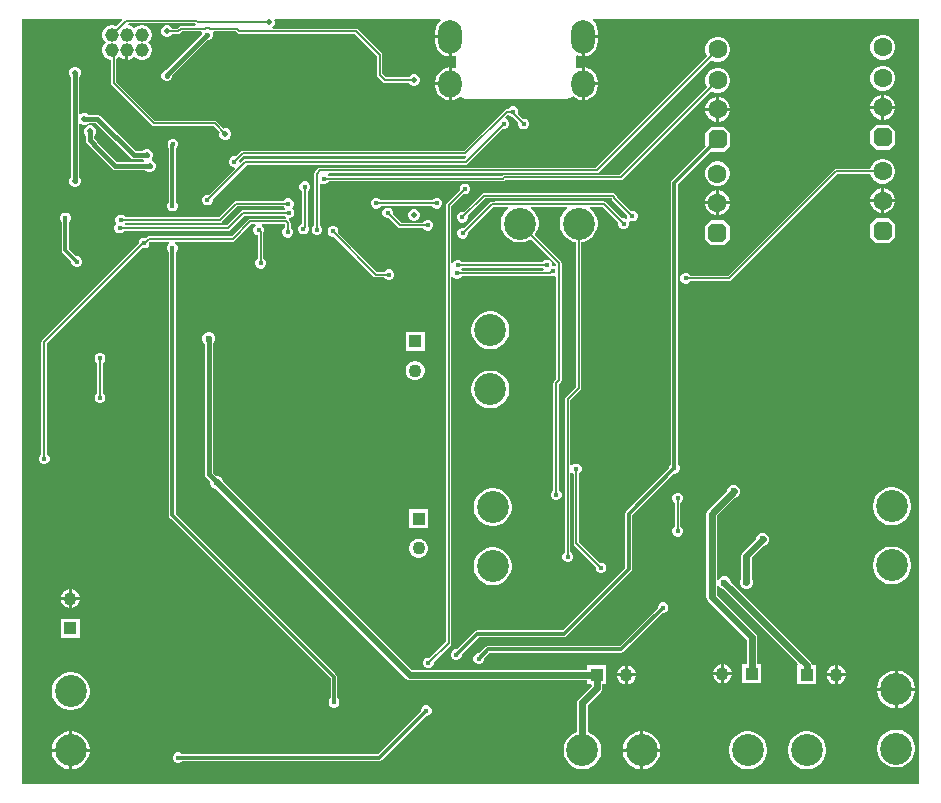
<source format=gbr>
%TF.GenerationSoftware,Altium Limited,Altium Designer,21.7.2 (23)*%
G04 Layer_Physical_Order=2*
G04 Layer_Color=16711680*
%FSLAX45Y45*%
%MOMM*%
%TF.SameCoordinates,ACC8E456-25BC-4CB5-B469-56B585E6E94B*%
%TF.FilePolarity,Positive*%
%TF.FileFunction,Copper,L2,Bot,Signal*%
%TF.Part,Single*%
G01*
G75*
%TA.AperFunction,Conductor*%
%ADD36C,0.40000*%
%ADD37C,0.60000*%
%ADD38C,0.30000*%
%ADD39C,0.20000*%
%TA.AperFunction,ComponentPad*%
%ADD41C,1.60000*%
G04:AMPARAMS|DCode=42|XSize=1.6mm|YSize=1.6mm|CornerRadius=0mm|HoleSize=0mm|Usage=FLASHONLY|Rotation=90.000|XOffset=0mm|YOffset=0mm|HoleType=Round|Shape=Octagon|*
%AMOCTAGOND42*
4,1,8,0.40000,0.80000,-0.40000,0.80000,-0.80000,0.40000,-0.80000,-0.40000,-0.40000,-0.80000,0.40000,-0.80000,0.80000,-0.40000,0.80000,0.40000,0.40000,0.80000,0.0*
%
%ADD42OCTAGOND42*%

%ADD43C,2.70000*%
%ADD44R,1.10000X1.10000*%
%ADD45C,1.10000*%
%ADD46R,1.10000X1.10000*%
%ADD47C,1.15000*%
%ADD48O,2.00000X2.85000*%
%ADD49O,2.00000X2.28000*%
%TA.AperFunction,ViaPad*%
%ADD50C,0.40000*%
%ADD51C,0.60000*%
%ADD52C,0.50000*%
G36*
X7669311Y80689D02*
X80689D01*
Y6556811D01*
X923146D01*
X928006Y6545078D01*
X878096Y6495168D01*
X870158Y6499751D01*
X849074Y6505400D01*
X827246D01*
X806162Y6499751D01*
X787258Y6488836D01*
X771823Y6473402D01*
X760909Y6454498D01*
X755260Y6433414D01*
Y6411586D01*
X760909Y6390502D01*
X771823Y6371598D01*
X784422Y6359000D01*
X771823Y6346402D01*
X760909Y6327498D01*
X755260Y6306414D01*
Y6284586D01*
X760909Y6263502D01*
X771823Y6244598D01*
X787258Y6229164D01*
X806162Y6218249D01*
X827246Y6212600D01*
X829837D01*
Y6016394D01*
X831598Y6007537D01*
X836616Y6000028D01*
X1180510Y5656134D01*
X1188018Y5651117D01*
X1196875Y5649355D01*
X1697837D01*
X1750939Y5596253D01*
X1748701Y5590848D01*
Y5570798D01*
X1756374Y5552274D01*
X1770551Y5538096D01*
X1789075Y5530423D01*
X1809126D01*
X1827650Y5538096D01*
X1841827Y5552274D01*
X1849500Y5570798D01*
Y5590848D01*
X1841827Y5609372D01*
X1827650Y5623550D01*
X1809126Y5631223D01*
X1789075D01*
X1783671Y5628984D01*
X1723789Y5688866D01*
X1716281Y5693883D01*
X1707424Y5695645D01*
X1206462D01*
X876126Y6025981D01*
Y6221695D01*
X889062Y6229164D01*
X901660Y6241762D01*
X914258Y6229164D01*
X933162Y6218249D01*
X952460Y6213079D01*
Y6295499D01*
X977860D01*
Y6213079D01*
X997158Y6218249D01*
X1016062Y6229164D01*
X1028660Y6241762D01*
X1041258Y6229164D01*
X1060162Y6218249D01*
X1081246Y6212600D01*
X1103074D01*
X1124158Y6218249D01*
X1143062Y6229164D01*
X1158496Y6244598D01*
X1169410Y6263502D01*
X1175060Y6284586D01*
Y6306414D01*
X1169410Y6327498D01*
X1158496Y6346402D01*
X1145898Y6359000D01*
X1158496Y6371598D01*
X1169410Y6390502D01*
X1175060Y6411586D01*
Y6433414D01*
X1169410Y6454498D01*
X1158496Y6473402D01*
X1143062Y6488836D01*
X1124158Y6499751D01*
X1103074Y6505400D01*
X1081246D01*
X1060162Y6499751D01*
X1041258Y6488836D01*
X1028660Y6476238D01*
X1016062Y6488836D01*
X997158Y6499751D01*
X984210Y6503220D01*
X978515Y6517556D01*
X979718Y6519356D01*
X1539238D01*
X1548505Y6510445D01*
X1544569Y6498645D01*
X1421487D01*
X1412630Y6496883D01*
X1405121Y6491866D01*
X1388900Y6475645D01*
X1350125D01*
X1347887Y6481049D01*
X1333709Y6495227D01*
X1315185Y6502900D01*
X1295135D01*
X1276610Y6495227D01*
X1262433Y6481049D01*
X1254760Y6462525D01*
Y6442475D01*
X1262433Y6423951D01*
X1276610Y6409773D01*
X1295135Y6402100D01*
X1315185D01*
X1333709Y6409773D01*
X1347887Y6423951D01*
X1350125Y6429355D01*
X1398487D01*
X1407344Y6431117D01*
X1414852Y6436134D01*
X1431074Y6452355D01*
X1595943D01*
X1604430Y6439655D01*
X1602100Y6434031D01*
Y6426751D01*
X1298249Y6122900D01*
X1293469D01*
X1276783Y6115988D01*
X1264012Y6103217D01*
X1257100Y6086531D01*
Y6068469D01*
X1264012Y6051783D01*
X1276783Y6039012D01*
X1293469Y6032100D01*
X1311531D01*
X1328217Y6039012D01*
X1340988Y6051783D01*
X1347900Y6068469D01*
Y6078250D01*
X1649251Y6379600D01*
X1656531D01*
X1673217Y6386512D01*
X1685988Y6399283D01*
X1692900Y6415969D01*
Y6434031D01*
X1690570Y6439655D01*
X1699056Y6452355D01*
X1885550D01*
X1901771Y6436134D01*
X1909280Y6431117D01*
X1918137Y6429355D01*
X2895573D01*
X3082015Y6242913D01*
Y6082500D01*
X3083777Y6073643D01*
X3088794Y6066134D01*
X3131794Y6023134D01*
X3139303Y6018117D01*
X3148160Y6016355D01*
X3351194D01*
X3353433Y6010950D01*
X3367610Y5996773D01*
X3386135Y5989100D01*
X3406185D01*
X3424709Y5996773D01*
X3438887Y6010950D01*
X3446560Y6029475D01*
Y6049525D01*
X3438887Y6068049D01*
X3424709Y6082227D01*
X3406185Y6089900D01*
X3386135D01*
X3367610Y6082227D01*
X3353433Y6068049D01*
X3351194Y6062644D01*
X3157747D01*
X3128304Y6092087D01*
Y6252500D01*
X3126543Y6261357D01*
X3121525Y6268866D01*
X2921526Y6468866D01*
X2914017Y6473883D01*
X2905160Y6475645D01*
X2202329D01*
X2197280Y6488345D01*
X2207887Y6498952D01*
X2215560Y6517476D01*
Y6537526D01*
X2212832Y6544111D01*
X2221318Y6556811D01*
X3616611D01*
X3620694Y6544785D01*
X3613723Y6539436D01*
X3593623Y6513241D01*
X3580988Y6482736D01*
X3576678Y6450000D01*
Y6420200D01*
X3703160D01*
Y6407500D01*
X3715860D01*
Y6240190D01*
X3735896Y6242828D01*
X3743909Y6246147D01*
X3754469Y6239091D01*
Y6147409D01*
X3743909Y6140353D01*
X3735896Y6143672D01*
X3715860Y6146310D01*
Y6007501D01*
Y5868690D01*
X3735896Y5871328D01*
X3766401Y5883963D01*
X3786248Y5899193D01*
X3794814Y5892620D01*
X3814276Y5884559D01*
X3835160Y5881809D01*
X4690160D01*
X4711044Y5884559D01*
X4730505Y5892620D01*
X4741571Y5901111D01*
X4763918Y5883963D01*
X4794423Y5871328D01*
X4814459Y5868690D01*
Y6007501D01*
Y6146310D01*
X4794423Y6143672D01*
X4781410Y6138282D01*
X4770850Y6145338D01*
Y6241163D01*
X4781410Y6248218D01*
X4794423Y6242828D01*
X4814459Y6240190D01*
Y6407500D01*
X4827159D01*
Y6420200D01*
X4953642D01*
Y6450000D01*
X4949332Y6482736D01*
X4936696Y6513241D01*
X4916596Y6539436D01*
X4909626Y6544785D01*
X4913708Y6556811D01*
X7669311D01*
Y80689D01*
D02*
G37*
%LPC*%
G36*
X3690460Y6394800D02*
X3576678D01*
Y6365000D01*
X3580988Y6332264D01*
X3593623Y6301759D01*
X3613723Y6275564D01*
X3639919Y6255463D01*
X3670424Y6242828D01*
X3690460Y6240190D01*
Y6394800D01*
D02*
G37*
G36*
X4953642D02*
X4839859D01*
Y6240190D01*
X4859896Y6242828D01*
X4890401Y6255463D01*
X4916596Y6275564D01*
X4936696Y6301759D01*
X4949332Y6332264D01*
X4953642Y6365000D01*
Y6394800D01*
D02*
G37*
G36*
X7379036Y6422400D02*
X7351284D01*
X7324477Y6415217D01*
X7300443Y6401341D01*
X7280819Y6381717D01*
X7266943Y6357683D01*
X7259760Y6330876D01*
Y6303124D01*
X7266943Y6276317D01*
X7280819Y6252283D01*
X7300443Y6232659D01*
X7324477Y6218783D01*
X7351284Y6211600D01*
X7379036D01*
X7405843Y6218783D01*
X7429877Y6232659D01*
X7449501Y6252283D01*
X7463377Y6276317D01*
X7470560Y6303124D01*
Y6330876D01*
X7463377Y6357683D01*
X7449501Y6381717D01*
X7429877Y6401341D01*
X7405843Y6415217D01*
X7379036Y6422400D01*
D02*
G37*
G36*
X5981536Y6404900D02*
X5953783D01*
X5926977Y6397717D01*
X5902942Y6383841D01*
X5883319Y6364217D01*
X5869443Y6340183D01*
X5862260Y6313377D01*
Y6285624D01*
X5869443Y6258817D01*
X5878521Y6243093D01*
X4933573Y5298145D01*
X2603141D01*
X2594284Y5296383D01*
X2586776Y5291366D01*
X2557560Y5262150D01*
X2552543Y5254642D01*
X2550781Y5245784D01*
Y4811272D01*
X2548209Y4810207D01*
X2535437Y4797435D01*
X2528526Y4780749D01*
Y4762687D01*
X2535437Y4746001D01*
X2548209Y4733230D01*
X2564895Y4726318D01*
X2582956D01*
X2599643Y4733230D01*
X2612414Y4746001D01*
X2619325Y4762687D01*
Y4780749D01*
X2612414Y4797435D01*
X2599643Y4810207D01*
X2597070Y4811272D01*
Y5163264D01*
X2609770Y5168524D01*
X2611783Y5166512D01*
X2628469Y5159600D01*
X2646531D01*
X2663217Y5166512D01*
X2675988Y5179283D01*
X2677054Y5181855D01*
X4150000D01*
X4158857Y5183617D01*
X4166366Y5188634D01*
X4169587Y5191855D01*
X5145159D01*
X5154017Y5193617D01*
X5161525Y5198634D01*
X5911252Y5948361D01*
X5926977Y5939283D01*
X5953783Y5932100D01*
X5981536D01*
X6008343Y5939283D01*
X6032377Y5953159D01*
X6052001Y5972783D01*
X6065877Y5996817D01*
X6073059Y6023624D01*
Y6051377D01*
X6065877Y6078183D01*
X6052001Y6102217D01*
X6032377Y6121841D01*
X6008343Y6135717D01*
X5981536Y6142900D01*
X5953783D01*
X5926977Y6135717D01*
X5902942Y6121841D01*
X5883319Y6102217D01*
X5869443Y6078183D01*
X5862260Y6051377D01*
Y6023624D01*
X5869443Y5996817D01*
X5878521Y5981093D01*
X5135573Y5238145D01*
X4160000D01*
X4151143Y5236383D01*
X4143634Y5231366D01*
X4140413Y5228145D01*
X2677054D01*
X2675988Y5230717D01*
X2667550Y5239155D01*
X2672811Y5251855D01*
X4943160D01*
X4952017Y5253617D01*
X4959525Y5258634D01*
X5911252Y6210361D01*
X5926977Y6201283D01*
X5953783Y6194100D01*
X5981536D01*
X6008343Y6201283D01*
X6032377Y6215159D01*
X6052001Y6234783D01*
X6065877Y6258817D01*
X6073059Y6285624D01*
Y6313377D01*
X6065877Y6340183D01*
X6052001Y6364217D01*
X6032377Y6383841D01*
X6008343Y6397717D01*
X5981536Y6404900D01*
D02*
G37*
G36*
X4839859Y6146310D02*
Y6020201D01*
X4953642D01*
Y6021500D01*
X4949332Y6054236D01*
X4936696Y6084741D01*
X4916596Y6110936D01*
X4890401Y6131037D01*
X4859896Y6143672D01*
X4839859Y6146310D01*
D02*
G37*
G36*
X3690460Y6146310D02*
X3670424Y6143672D01*
X3639919Y6131037D01*
X3613723Y6110936D01*
X3593623Y6084741D01*
X3580988Y6054236D01*
X3576678Y6021500D01*
Y6020201D01*
X3690460D01*
Y6146310D01*
D02*
G37*
G36*
X7379036Y6160400D02*
X7351284D01*
X7324477Y6153217D01*
X7300443Y6139341D01*
X7280819Y6119717D01*
X7266943Y6095683D01*
X7259760Y6068876D01*
Y6041124D01*
X7266943Y6014317D01*
X7280819Y5990283D01*
X7300443Y5970659D01*
X7324477Y5956783D01*
X7351284Y5949600D01*
X7379036D01*
X7405843Y5956783D01*
X7429877Y5970659D01*
X7449501Y5990283D01*
X7463377Y6014317D01*
X7470560Y6041124D01*
Y6068876D01*
X7463377Y6095683D01*
X7449501Y6119717D01*
X7429877Y6139341D01*
X7405843Y6153217D01*
X7379036Y6160400D01*
D02*
G37*
G36*
X3690460Y5994801D02*
X3576678D01*
Y5993500D01*
X3580988Y5960764D01*
X3593623Y5930259D01*
X3613723Y5904064D01*
X3639919Y5883963D01*
X3670424Y5871328D01*
X3690460Y5868690D01*
Y5994801D01*
D02*
G37*
G36*
X4953642D02*
X4839859D01*
Y5868690D01*
X4859896Y5871328D01*
X4890401Y5883963D01*
X4916596Y5904064D01*
X4936696Y5930259D01*
X4949332Y5960764D01*
X4953642Y5993500D01*
Y5994801D01*
D02*
G37*
G36*
X7379036Y5914400D02*
X7377860D01*
Y5821701D01*
X7470560D01*
Y5822876D01*
X7463377Y5849683D01*
X7449501Y5873717D01*
X7429877Y5893341D01*
X7405843Y5907217D01*
X7379036Y5914400D01*
D02*
G37*
G36*
X7352460D02*
X7351284D01*
X7324477Y5907217D01*
X7300443Y5893341D01*
X7280819Y5873717D01*
X7266943Y5849683D01*
X7259760Y5822876D01*
Y5821701D01*
X7352460D01*
Y5914400D01*
D02*
G37*
G36*
X5981536Y5896900D02*
X5980360D01*
Y5804200D01*
X6073059D01*
Y5805377D01*
X6065877Y5832183D01*
X6052001Y5856217D01*
X6032377Y5875841D01*
X6008343Y5889717D01*
X5981536Y5896900D01*
D02*
G37*
G36*
X5954960D02*
X5953783D01*
X5926977Y5889717D01*
X5902942Y5875841D01*
X5883319Y5856217D01*
X5869443Y5832183D01*
X5862260Y5805377D01*
Y5804200D01*
X5954960D01*
Y5896900D01*
D02*
G37*
G36*
X7470560Y5796301D02*
X7377860D01*
Y5703600D01*
X7379036D01*
X7405843Y5710783D01*
X7429877Y5724659D01*
X7449501Y5744283D01*
X7463377Y5768317D01*
X7470560Y5795124D01*
Y5796301D01*
D02*
G37*
G36*
X7352460D02*
X7259760D01*
Y5795124D01*
X7266943Y5768317D01*
X7280819Y5744283D01*
X7300443Y5724659D01*
X7324477Y5710783D01*
X7351284Y5703600D01*
X7352460D01*
Y5796301D01*
D02*
G37*
G36*
X6073059Y5778800D02*
X5980360D01*
Y5686100D01*
X5981536D01*
X6008343Y5693283D01*
X6032377Y5707159D01*
X6052001Y5726783D01*
X6065877Y5750817D01*
X6073059Y5777624D01*
Y5778800D01*
D02*
G37*
G36*
X5954960D02*
X5862260D01*
Y5777624D01*
X5869443Y5750817D01*
X5883319Y5726783D01*
X5902942Y5707159D01*
X5926977Y5693283D01*
X5953783Y5686100D01*
X5954960D01*
Y5778800D01*
D02*
G37*
G36*
X4244190Y5817900D02*
X4226129D01*
X4209443Y5810988D01*
X4196671Y5798217D01*
X4195606Y5795645D01*
X4184207D01*
X4175350Y5793883D01*
X4167841Y5788866D01*
X3822120Y5443145D01*
X1945000D01*
X1936143Y5441383D01*
X1928634Y5436366D01*
X1884103Y5391835D01*
X1881531Y5392900D01*
X1863469D01*
X1846783Y5385988D01*
X1834012Y5373217D01*
X1827100Y5356531D01*
Y5338469D01*
X1834012Y5321783D01*
X1846783Y5309012D01*
X1863469Y5302100D01*
X1874068D01*
X1879329Y5289400D01*
X1657763Y5067834D01*
X1655190Y5068900D01*
X1637129D01*
X1620443Y5061988D01*
X1607671Y5049217D01*
X1600760Y5032530D01*
Y5014469D01*
X1607671Y4997783D01*
X1620443Y4985011D01*
X1637129Y4978100D01*
X1655190D01*
X1671877Y4985011D01*
X1684648Y4997783D01*
X1691560Y5014469D01*
Y5032530D01*
X1690494Y5035103D01*
X1978246Y5322855D01*
X3832660D01*
X3841517Y5324617D01*
X3849025Y5329634D01*
X4143557Y5624166D01*
X4146129Y5623100D01*
X4164191D01*
X4180877Y5630012D01*
X4193648Y5642783D01*
X4200560Y5659469D01*
Y5677531D01*
X4193648Y5694217D01*
X4180877Y5706988D01*
X4172753Y5710354D01*
X4169773Y5725334D01*
X4185650Y5741211D01*
X4196672Y5746783D01*
X4209443Y5734012D01*
X4226129Y5727100D01*
X4233068D01*
X4280940Y5679228D01*
X4279874Y5676656D01*
Y5658595D01*
X4286786Y5641908D01*
X4299557Y5629137D01*
X4316243Y5622225D01*
X4334305D01*
X4350991Y5629137D01*
X4363762Y5641908D01*
X4370674Y5658595D01*
Y5676656D01*
X4363762Y5693342D01*
X4350991Y5706114D01*
X4334305Y5713025D01*
X4316243D01*
X4313671Y5711960D01*
X4275171Y5750460D01*
X4280560Y5763469D01*
Y5781531D01*
X4273648Y5798217D01*
X4260877Y5810988D01*
X4244190Y5817900D01*
D02*
G37*
G36*
X7417860Y5660400D02*
X7312460D01*
X7259760Y5607700D01*
Y5502300D01*
X7312460Y5449600D01*
X7417860D01*
X7470560Y5502300D01*
Y5607700D01*
X7417860Y5660400D01*
D02*
G37*
G36*
X6020360Y5642900D02*
X5914960D01*
X5862260Y5590200D01*
Y5484800D01*
X5868639Y5478421D01*
X5580029Y5189811D01*
X5573907Y5180649D01*
X5571757Y5169841D01*
X5571757Y5169839D01*
Y2789383D01*
X5561512Y2779137D01*
X5554600Y2762451D01*
Y2747961D01*
X5195029Y2388391D01*
X5188907Y2379228D01*
X5186757Y2368420D01*
X5186757Y2368419D01*
Y1911698D01*
X4655801Y1380743D01*
X3932500D01*
X3921692Y1378593D01*
X3912529Y1372471D01*
X3912529Y1372470D01*
X3760459Y1220400D01*
X3745969D01*
X3729283Y1213488D01*
X3716512Y1200717D01*
X3709600Y1184031D01*
Y1165969D01*
X3716512Y1149283D01*
X3729283Y1136512D01*
X3745969Y1129600D01*
X3764031D01*
X3780717Y1136512D01*
X3793488Y1149283D01*
X3800400Y1165969D01*
Y1180458D01*
X3944199Y1324257D01*
X4667499D01*
X4667500Y1324257D01*
X4678308Y1326407D01*
X4687471Y1332529D01*
X5234970Y1880029D01*
X5234971Y1880029D01*
X5241093Y1889192D01*
X5243243Y1900000D01*
Y2356721D01*
X5594541Y2708020D01*
X5609031D01*
X5625717Y2714932D01*
X5638488Y2727703D01*
X5645400Y2744389D01*
Y2762451D01*
X5638488Y2779137D01*
X5628243Y2789383D01*
Y5158142D01*
X5908581Y5438480D01*
X5914960Y5432100D01*
X6020360D01*
X6073059Y5484800D01*
Y5590200D01*
X6020360Y5642900D01*
D02*
G37*
G36*
X535185Y6152900D02*
X515135D01*
X496610Y6145227D01*
X482433Y6131049D01*
X474760Y6112525D01*
Y6092475D01*
X482433Y6073951D01*
X491819Y6064564D01*
Y5220436D01*
X482433Y5211049D01*
X474760Y5192525D01*
Y5172475D01*
X482433Y5153951D01*
X496610Y5139773D01*
X515135Y5132100D01*
X535185D01*
X553709Y5139773D01*
X567887Y5153951D01*
X575560Y5172475D01*
Y5192525D01*
X567887Y5211049D01*
X558500Y5220436D01*
Y5669923D01*
X571200Y5675183D01*
X576610Y5669773D01*
X595135Y5662100D01*
X615185D01*
X633709Y5669773D01*
X643095Y5679159D01*
X701350D01*
X1001584Y5378925D01*
X1012401Y5371697D01*
X1025160Y5369159D01*
X1097224D01*
X1106610Y5359773D01*
X1110458Y5344693D01*
X1109854Y5343341D01*
X881470D01*
X717078Y5507732D01*
X715962Y5513342D01*
X708735Y5524158D01*
X687330Y5545563D01*
Y5569560D01*
X694803Y5577034D01*
X702476Y5595558D01*
Y5615608D01*
X694803Y5634132D01*
X680626Y5648310D01*
X662102Y5655983D01*
X642051D01*
X623527Y5648310D01*
X609350Y5634132D01*
X601676Y5615608D01*
Y5595558D01*
X609350Y5577034D01*
X620649Y5565734D01*
Y5531753D01*
X623187Y5518994D01*
X630414Y5508177D01*
X653241Y5485350D01*
X654357Y5479741D01*
X661584Y5468925D01*
X844085Y5286425D01*
X854901Y5279197D01*
X867660Y5276659D01*
X1119564D01*
X1128951Y5267273D01*
X1147475Y5259600D01*
X1167525D01*
X1186049Y5267273D01*
X1200227Y5281451D01*
X1207900Y5299975D01*
Y5320025D01*
X1200227Y5338549D01*
X1186049Y5352727D01*
X1177970Y5356074D01*
X1174990Y5371054D01*
X1177887Y5373951D01*
X1185560Y5392475D01*
Y5412525D01*
X1177887Y5431049D01*
X1163709Y5445227D01*
X1145185Y5452900D01*
X1125135D01*
X1106610Y5445227D01*
X1097224Y5435841D01*
X1038970D01*
X738735Y5736075D01*
X727919Y5743302D01*
X715160Y5745840D01*
X643095D01*
X633709Y5755227D01*
X615185Y5762900D01*
X595135D01*
X576610Y5755227D01*
X571200Y5749817D01*
X558500Y5755077D01*
Y6064564D01*
X567887Y6073951D01*
X575560Y6092475D01*
Y6112525D01*
X567887Y6131049D01*
X553709Y6145227D01*
X535185Y6152900D01*
D02*
G37*
G36*
X7377036Y5371210D02*
X7349283D01*
X7322477Y5364028D01*
X7298443Y5350152D01*
X7278819Y5330528D01*
X7264943Y5306494D01*
X7260244Y5288955D01*
X6966999D01*
X6958142Y5287194D01*
X6950633Y5282176D01*
X6051602Y4383145D01*
X5737054D01*
X5735988Y4385717D01*
X5723217Y4398488D01*
X5706531Y4405400D01*
X5688469D01*
X5671783Y4398488D01*
X5659012Y4385717D01*
X5652100Y4369031D01*
Y4350969D01*
X5659012Y4334283D01*
X5671783Y4321512D01*
X5688469Y4314600D01*
X5706531D01*
X5723217Y4321512D01*
X5735988Y4334283D01*
X5737054Y4336855D01*
X6061188D01*
X6070046Y4338617D01*
X6077554Y4343634D01*
X6976586Y5242666D01*
X7260244D01*
X7264943Y5225128D01*
X7278819Y5201093D01*
X7298443Y5181470D01*
X7322477Y5167594D01*
X7349283Y5160411D01*
X7377036D01*
X7403843Y5167594D01*
X7427877Y5181470D01*
X7447501Y5201093D01*
X7461377Y5225128D01*
X7468560Y5251934D01*
Y5279687D01*
X7461377Y5306494D01*
X7447501Y5330528D01*
X7427877Y5350152D01*
X7403843Y5364028D01*
X7377036Y5371210D01*
D02*
G37*
G36*
X5979536Y5352533D02*
X5951784D01*
X5924977Y5345350D01*
X5900943Y5331474D01*
X5881319Y5311850D01*
X5867443Y5287816D01*
X5860260Y5261009D01*
Y5233257D01*
X5867443Y5206450D01*
X5881319Y5182416D01*
X5900943Y5162792D01*
X5924977Y5148916D01*
X5951784Y5141733D01*
X5979536D01*
X6006343Y5148916D01*
X6030377Y5162792D01*
X6050001Y5182416D01*
X6063877Y5206450D01*
X6071060Y5233257D01*
Y5261009D01*
X6063877Y5287816D01*
X6050001Y5311850D01*
X6030377Y5331474D01*
X6006343Y5345350D01*
X5979536Y5352533D01*
D02*
G37*
G36*
X7377036Y5125210D02*
X7375860D01*
Y5032511D01*
X7468560D01*
Y5033687D01*
X7461377Y5060494D01*
X7447501Y5084528D01*
X7427877Y5104152D01*
X7403843Y5118028D01*
X7377036Y5125210D01*
D02*
G37*
G36*
X7350460D02*
X7349283D01*
X7322477Y5118028D01*
X7298443Y5104152D01*
X7278819Y5084528D01*
X7264943Y5060494D01*
X7257760Y5033687D01*
Y5032511D01*
X7350460D01*
Y5125210D01*
D02*
G37*
G36*
X3596531Y5042900D02*
X3578469D01*
X3561783Y5035988D01*
X3549012Y5023217D01*
X3547946Y5020645D01*
X3117054D01*
X3115988Y5023217D01*
X3103217Y5035988D01*
X3086531Y5042900D01*
X3068469D01*
X3051783Y5035988D01*
X3039012Y5023217D01*
X3032100Y5006531D01*
Y4988469D01*
X3039012Y4971783D01*
X3051783Y4959012D01*
X3068469Y4952100D01*
X3086531D01*
X3103217Y4959012D01*
X3115988Y4971783D01*
X3117054Y4974355D01*
X3547946D01*
X3549012Y4971783D01*
X3561783Y4959012D01*
X3578469Y4952100D01*
X3596531D01*
X3613217Y4959012D01*
X3625988Y4971783D01*
X3632900Y4988469D01*
Y5006531D01*
X3625988Y5023217D01*
X3613217Y5035988D01*
X3596531Y5042900D01*
D02*
G37*
G36*
X5979536Y5106533D02*
X5978360D01*
Y5013833D01*
X6071060D01*
Y5015009D01*
X6063877Y5041816D01*
X6050001Y5065850D01*
X6030377Y5085474D01*
X6006343Y5099350D01*
X5979536Y5106533D01*
D02*
G37*
G36*
X5952960D02*
X5951784D01*
X5924977Y5099350D01*
X5900943Y5085474D01*
X5881319Y5065850D01*
X5867443Y5041816D01*
X5860260Y5015009D01*
Y5013833D01*
X5952960D01*
Y5106533D01*
D02*
G37*
G36*
X1364031Y5542900D02*
X1345969D01*
X1329283Y5535988D01*
X1316512Y5523217D01*
X1309600Y5506531D01*
Y5488469D01*
X1316512Y5471783D01*
X1321757Y5466537D01*
Y5008463D01*
X1311512Y4998217D01*
X1304600Y4981531D01*
Y4963469D01*
X1311512Y4946783D01*
X1324283Y4934012D01*
X1340969Y4927100D01*
X1359031D01*
X1375717Y4934012D01*
X1388488Y4946783D01*
X1395400Y4963469D01*
Y4981531D01*
X1388488Y4998217D01*
X1378243Y5008463D01*
Y5457987D01*
X1380717Y5459012D01*
X1393488Y5471783D01*
X1400400Y5488469D01*
Y5506531D01*
X1393488Y5523217D01*
X1380717Y5535988D01*
X1364031Y5542900D01*
D02*
G37*
G36*
X7468560Y5007111D02*
X7375860D01*
Y4914411D01*
X7377036D01*
X7403843Y4921594D01*
X7427877Y4935470D01*
X7447501Y4955093D01*
X7461377Y4979128D01*
X7468560Y5005934D01*
Y5007111D01*
D02*
G37*
G36*
X7350460D02*
X7257760D01*
Y5005934D01*
X7264943Y4979128D01*
X7278819Y4955093D01*
X7298443Y4935470D01*
X7322477Y4921594D01*
X7349283Y4914411D01*
X7350460D01*
Y5007111D01*
D02*
G37*
G36*
X6071060Y4988433D02*
X5978360D01*
Y4895733D01*
X5979536D01*
X6006343Y4902916D01*
X6030377Y4916792D01*
X6050001Y4936416D01*
X6063877Y4960450D01*
X6071060Y4987257D01*
Y4988433D01*
D02*
G37*
G36*
X5952960D02*
X5860260D01*
Y4987257D01*
X5867443Y4960450D01*
X5881319Y4936416D01*
X5900943Y4916792D01*
X5924977Y4902916D01*
X5951784Y4895733D01*
X5952960D01*
Y4988433D01*
D02*
G37*
G36*
X2341531Y5037900D02*
X2323469D01*
X2306783Y5030988D01*
X2294012Y5018217D01*
X2292946Y5015645D01*
X1890549D01*
X1881691Y5013883D01*
X1874183Y5008866D01*
X1743462Y4878145D01*
X952054D01*
X950988Y4880717D01*
X938217Y4893488D01*
X921531Y4900400D01*
X903469D01*
X886783Y4893488D01*
X874012Y4880717D01*
X867100Y4864031D01*
Y4845969D01*
X874012Y4829283D01*
X878268Y4825026D01*
X866210Y4812968D01*
X859299Y4796281D01*
Y4778220D01*
X866210Y4761534D01*
X878981Y4748762D01*
X895668Y4741851D01*
X913729D01*
X930415Y4748762D01*
X943187Y4761534D01*
X944252Y4764106D01*
X1819751D01*
X1828608Y4765868D01*
X1836116Y4770885D01*
X1957087Y4891855D01*
X2297946D01*
X2299012Y4889283D01*
X2309950Y4878345D01*
X2308180Y4869675D01*
X2306056Y4865645D01*
X2010000D01*
X2001143Y4863883D01*
X1993634Y4858866D01*
X1853013Y4718245D01*
X1150512D01*
X1141655Y4716483D01*
X1134146Y4711466D01*
X1125430Y4702750D01*
X1119031Y4705400D01*
X1100969D01*
X1084283Y4698488D01*
X1071512Y4685717D01*
X1064600Y4669031D01*
Y4652332D01*
X248634Y3836366D01*
X243617Y3828857D01*
X241855Y3820000D01*
Y2874554D01*
X239283Y2873488D01*
X226512Y2860717D01*
X219600Y2844031D01*
Y2825969D01*
X226512Y2809283D01*
X239283Y2796512D01*
X255969Y2789600D01*
X274031D01*
X290717Y2796512D01*
X303488Y2809283D01*
X310400Y2825969D01*
Y2844031D01*
X303488Y2860717D01*
X290717Y2873488D01*
X288145Y2874554D01*
Y3810413D01*
X1094861Y4617130D01*
X1100969Y4614600D01*
X1119031D01*
X1135717Y4621512D01*
X1148488Y4634283D01*
X1155400Y4650969D01*
Y4667257D01*
X1160099Y4671955D01*
X1325926D01*
X1328452Y4659255D01*
X1324283Y4657528D01*
X1311512Y4644757D01*
X1304600Y4628071D01*
Y4610009D01*
X1311512Y4593323D01*
X1321757Y4583077D01*
Y2355001D01*
X1321757Y2355000D01*
X1323907Y2344192D01*
X1330029Y2335029D01*
X2690477Y974581D01*
Y805963D01*
X2680232Y795717D01*
X2673320Y779031D01*
Y760970D01*
X2680232Y744283D01*
X2693003Y731512D01*
X2709689Y724600D01*
X2727751D01*
X2744437Y731512D01*
X2757208Y744283D01*
X2764120Y760970D01*
Y779031D01*
X2757208Y795717D01*
X2746963Y805963D01*
Y986280D01*
X2744813Y997088D01*
X2738691Y1006251D01*
X2738690Y1006251D01*
X1378243Y2366699D01*
Y4583077D01*
X1388488Y4593323D01*
X1395400Y4610009D01*
Y4628071D01*
X1388488Y4644757D01*
X1375717Y4657528D01*
X1371548Y4659255D01*
X1374074Y4671955D01*
X1862600D01*
X1871457Y4673717D01*
X1878966Y4678734D01*
X2019587Y4819355D01*
X2051422D01*
X2054761Y4811457D01*
X2055316Y4806655D01*
X2043582Y4794921D01*
X2036670Y4778235D01*
Y4760173D01*
X2043582Y4743487D01*
X2056353Y4730716D01*
X2073039Y4723804D01*
X2074355D01*
Y4527054D01*
X2071783Y4525988D01*
X2059012Y4513217D01*
X2052100Y4496531D01*
Y4478469D01*
X2059012Y4461783D01*
X2071783Y4449012D01*
X2088469Y4442100D01*
X2106531D01*
X2123217Y4449012D01*
X2135988Y4461783D01*
X2142900Y4478469D01*
Y4496531D01*
X2135988Y4513217D01*
X2123217Y4525988D01*
X2120645Y4527054D01*
Y4743696D01*
X2127470Y4760173D01*
Y4778235D01*
X2120558Y4794921D01*
X2108824Y4806655D01*
X2109379Y4811457D01*
X2112718Y4819355D01*
X2304355D01*
Y4789554D01*
X2301783Y4788488D01*
X2289012Y4775717D01*
X2282100Y4759031D01*
Y4740969D01*
X2289012Y4724283D01*
X2301783Y4711512D01*
X2318469Y4704600D01*
X2336531D01*
X2353217Y4711512D01*
X2365988Y4724283D01*
X2372900Y4740969D01*
Y4759031D01*
X2365988Y4775717D01*
X2353217Y4788488D01*
X2350645Y4789554D01*
Y4830784D01*
X2348883Y4839642D01*
X2343866Y4847150D01*
X2334116Y4856900D01*
X2335813Y4864652D01*
X2338945Y4869600D01*
X2346531D01*
X2363217Y4876512D01*
X2375988Y4889283D01*
X2382900Y4905969D01*
Y4924031D01*
X2375988Y4940717D01*
X2363217Y4953488D01*
X2362301Y4958095D01*
X2370988Y4966783D01*
X2377900Y4983469D01*
Y5001531D01*
X2370988Y5018217D01*
X2358217Y5030988D01*
X2341531Y5037900D01*
D02*
G37*
G36*
X3406185Y4946900D02*
X3386135D01*
X3367610Y4939227D01*
X3353433Y4925049D01*
X3345760Y4906525D01*
Y4886475D01*
X3353433Y4867950D01*
X3367610Y4853773D01*
X3386135Y4846100D01*
X3406185D01*
X3424709Y4853773D01*
X3438887Y4867950D01*
X3446560Y4886475D01*
Y4906525D01*
X3438887Y4925049D01*
X3424709Y4939227D01*
X3406185Y4946900D01*
D02*
G37*
G36*
X3836531Y5162900D02*
X3818469D01*
X3801783Y5155988D01*
X3789012Y5143217D01*
X3782100Y5126531D01*
Y5108469D01*
X3783166Y5105897D01*
X3673634Y4996366D01*
X3668617Y4988857D01*
X3666855Y4980000D01*
Y1286340D01*
X3529983Y1149468D01*
X3527411Y1150533D01*
X3509350D01*
X3492663Y1143622D01*
X3479892Y1130850D01*
X3472980Y1114164D01*
Y1096103D01*
X3479892Y1079416D01*
X3492663Y1066645D01*
X3509350Y1059733D01*
X3527411D01*
X3544097Y1066645D01*
X3556869Y1079416D01*
X3563780Y1096103D01*
Y1114164D01*
X3562715Y1116736D01*
X3706366Y1260387D01*
X3711383Y1267896D01*
X3713145Y1276753D01*
Y4371382D01*
X3714379Y4372146D01*
X3725845Y4375276D01*
X3736165Y4364955D01*
X3752852Y4358044D01*
X3770913D01*
X3787599Y4364955D01*
X3800371Y4377727D01*
X3801436Y4380299D01*
X4550944D01*
X4552499Y4380608D01*
X4560969Y4377100D01*
X4579031D01*
X4587155Y4380465D01*
X4599855Y4371979D01*
Y3509770D01*
X4583634Y3493549D01*
X4578617Y3486040D01*
X4576855Y3477183D01*
Y2567054D01*
X4574283Y2565988D01*
X4561512Y2553217D01*
X4554600Y2536531D01*
Y2518469D01*
X4561512Y2501783D01*
X4574283Y2489012D01*
X4590969Y2482100D01*
X4609031D01*
X4625717Y2489012D01*
X4638488Y2501783D01*
X4645400Y2518469D01*
Y2536531D01*
X4638488Y2553217D01*
X4625717Y2565988D01*
X4623145Y2567054D01*
Y3467596D01*
X4639366Y3483817D01*
X4644383Y3491326D01*
X4646145Y3500183D01*
Y4492161D01*
X4644383Y4501018D01*
X4639366Y4508526D01*
X4418913Y4728979D01*
X4432305Y4749022D01*
X4444396Y4778213D01*
X4450560Y4809202D01*
Y4840798D01*
X4444396Y4871787D01*
X4432305Y4900978D01*
X4414751Y4927249D01*
X4392410Y4949591D01*
X4384760Y4954702D01*
X4388447Y4966855D01*
X4691874D01*
X4695561Y4954702D01*
X4687911Y4949591D01*
X4665570Y4927249D01*
X4648016Y4900978D01*
X4635924Y4871787D01*
X4629760Y4840798D01*
Y4809202D01*
X4635924Y4778213D01*
X4648016Y4749022D01*
X4665570Y4722751D01*
X4687911Y4700409D01*
X4714182Y4682856D01*
X4743373Y4670764D01*
X4767016Y4666062D01*
Y3438548D01*
X4681134Y3352667D01*
X4676117Y3345158D01*
X4674355Y3336301D01*
Y2042054D01*
X4671783Y2040988D01*
X4659012Y2028217D01*
X4652100Y2011531D01*
Y1993469D01*
X4659012Y1976783D01*
X4671783Y1964012D01*
X4688469Y1957100D01*
X4706531D01*
X4723217Y1964012D01*
X4735988Y1976783D01*
X4742900Y1993469D01*
Y2011531D01*
X4735988Y2028217D01*
X4723217Y2040988D01*
X4720645Y2042054D01*
Y2715715D01*
X4724973Y2717958D01*
X4733345Y2719609D01*
X4744346Y2708608D01*
X4746918Y2707542D01*
Y2118357D01*
X4748680Y2109500D01*
X4753697Y2101992D01*
X4935005Y1920683D01*
X4933940Y1918111D01*
Y1900050D01*
X4940851Y1883363D01*
X4953623Y1870592D01*
X4970309Y1863680D01*
X4988371D01*
X5005057Y1870592D01*
X5017828Y1883363D01*
X5024740Y1900050D01*
Y1918111D01*
X5017828Y1934797D01*
X5005057Y1947569D01*
X4988371Y1954480D01*
X4970309D01*
X4967737Y1953415D01*
X4793207Y2127944D01*
Y2707542D01*
X4795780Y2708608D01*
X4808551Y2721379D01*
X4815463Y2738066D01*
Y2756127D01*
X4808551Y2772813D01*
X4795780Y2785585D01*
X4779093Y2792496D01*
X4761032D01*
X4744346Y2785585D01*
X4733345Y2774584D01*
X4724973Y2776234D01*
X4720645Y2778477D01*
Y3326714D01*
X4806526Y3412596D01*
X4811543Y3420104D01*
X4813305Y3428961D01*
Y4666062D01*
X4836947Y4670764D01*
X4866138Y4682856D01*
X4892410Y4700409D01*
X4914751Y4722751D01*
X4932305Y4749022D01*
X4944396Y4778213D01*
X4950560Y4809202D01*
Y4840798D01*
X4944396Y4871787D01*
X4932305Y4900978D01*
X4914751Y4927249D01*
X4892410Y4949591D01*
X4884760Y4954702D01*
X4888447Y4966855D01*
X4995413D01*
X5125666Y4836603D01*
X5124600Y4834031D01*
Y4815969D01*
X5131512Y4799283D01*
X5144283Y4786512D01*
X5160969Y4779600D01*
X5179031D01*
X5195717Y4786512D01*
X5208488Y4799283D01*
X5215400Y4815969D01*
Y4834031D01*
X5212836Y4840220D01*
X5212896Y4840309D01*
X5223080Y4848677D01*
X5236199Y4843243D01*
X5254260D01*
X5270947Y4850155D01*
X5283718Y4862926D01*
X5290629Y4879612D01*
Y4897674D01*
X5283718Y4914360D01*
X5270947Y4927131D01*
X5254260Y4934043D01*
X5236199D01*
X5233627Y4932977D01*
X5114981Y5051623D01*
X5113883Y5057142D01*
X5108866Y5064650D01*
X5097150Y5076366D01*
X5089642Y5081383D01*
X5080784Y5083145D01*
X3988694D01*
X3979836Y5081383D01*
X3972328Y5076366D01*
X3817059Y4921097D01*
X3814487Y4922162D01*
X3796425D01*
X3779739Y4915251D01*
X3766968Y4902479D01*
X3760056Y4885793D01*
Y4867732D01*
X3766968Y4851045D01*
X3779739Y4838274D01*
X3796425Y4831362D01*
X3814487D01*
X3831173Y4838274D01*
X3843944Y4851045D01*
X3850856Y4867732D01*
Y4885793D01*
X3849790Y4888365D01*
X3998280Y5036855D01*
X5070254D01*
X5071117Y5032515D01*
X5076134Y5025007D01*
X5200895Y4900246D01*
X5199830Y4897674D01*
Y4879612D01*
X5202393Y4873423D01*
X5202333Y4873334D01*
X5192150Y4864966D01*
X5179031Y4870400D01*
X5160969D01*
X5158397Y4869334D01*
X5021366Y5006366D01*
X5013857Y5011383D01*
X5005000Y5013145D01*
X4080000D01*
X4071143Y5011383D01*
X4070038Y5010645D01*
X4054240D01*
X4045383Y5008883D01*
X4037874Y5003866D01*
X3820843Y4786834D01*
X3818270Y4787900D01*
X3800209D01*
X3783523Y4780988D01*
X3770751Y4768217D01*
X3763840Y4751531D01*
Y4733469D01*
X3770751Y4716783D01*
X3783523Y4704012D01*
X3800209Y4697100D01*
X3818270D01*
X3834957Y4704012D01*
X3847728Y4716783D01*
X3854640Y4733469D01*
Y4751531D01*
X3853574Y4754103D01*
X4063827Y4964355D01*
X4077500D01*
X4086357Y4966117D01*
X4087462Y4966855D01*
X4191874D01*
X4195561Y4954702D01*
X4187911Y4949591D01*
X4165570Y4927249D01*
X4148016Y4900978D01*
X4135924Y4871787D01*
X4129760Y4840798D01*
Y4809202D01*
X4135924Y4778213D01*
X4148016Y4749022D01*
X4165570Y4722751D01*
X4187911Y4700409D01*
X4214182Y4682856D01*
X4243373Y4670764D01*
X4274362Y4664600D01*
X4305958D01*
X4336947Y4670764D01*
X4366138Y4682856D01*
X4386181Y4696248D01*
X4597845Y4484584D01*
X4596964Y4471319D01*
X4586713Y4464718D01*
X4579031Y4467900D01*
X4568379D01*
Y4483294D01*
X4561467Y4499980D01*
X4548696Y4512752D01*
X4532010Y4519663D01*
X4513948D01*
X4497262Y4512752D01*
X4484491Y4499980D01*
X4483425Y4497408D01*
X3806323D01*
X3805988Y4498217D01*
X3793217Y4510988D01*
X3776531Y4517900D01*
X3758469D01*
X3741783Y4510988D01*
X3729012Y4498217D01*
X3725845Y4490572D01*
X3713145Y4493098D01*
Y4970413D01*
X3815897Y5073166D01*
X3818469Y5072100D01*
X3836531D01*
X3853217Y5079012D01*
X3865988Y5091783D01*
X3872900Y5108469D01*
Y5126531D01*
X3865988Y5143217D01*
X3853217Y5155988D01*
X3836531Y5162900D01*
D02*
G37*
G36*
X3181531Y4960400D02*
X3163469D01*
X3146783Y4953488D01*
X3134012Y4940717D01*
X3127100Y4924031D01*
Y4905969D01*
X3134012Y4889283D01*
X3146783Y4876512D01*
X3163469Y4869600D01*
X3181531D01*
X3184103Y4870666D01*
X3261134Y4793634D01*
X3268643Y4788617D01*
X3277500Y4786855D01*
X3472946D01*
X3474012Y4784283D01*
X3486783Y4771512D01*
X3503469Y4764600D01*
X3521531D01*
X3538217Y4771512D01*
X3550988Y4784283D01*
X3557900Y4800969D01*
Y4819031D01*
X3550988Y4835717D01*
X3538217Y4848488D01*
X3521531Y4855400D01*
X3503469D01*
X3486783Y4848488D01*
X3474012Y4835717D01*
X3472946Y4833145D01*
X3287087D01*
X3216834Y4903397D01*
X3217900Y4905969D01*
Y4924031D01*
X3210988Y4940717D01*
X3198217Y4953488D01*
X3181531Y4960400D01*
D02*
G37*
G36*
X2480554Y5182005D02*
X2462492D01*
X2445806Y5175094D01*
X2433035Y5162322D01*
X2426123Y5145636D01*
Y5127575D01*
X2433035Y5110888D01*
X2445806Y5098117D01*
X2448378Y5097052D01*
Y4822862D01*
X2431783Y4815988D01*
X2419012Y4803217D01*
X2412100Y4786531D01*
Y4768469D01*
X2419012Y4751783D01*
X2431783Y4739012D01*
X2448469Y4732100D01*
X2466531D01*
X2483217Y4739012D01*
X2495988Y4751783D01*
X2502900Y4768469D01*
Y4786531D01*
X2495988Y4803217D01*
X2494668Y4804538D01*
Y5097052D01*
X2497240Y5098117D01*
X2510011Y5110888D01*
X2516923Y5127575D01*
Y5145636D01*
X2510011Y5162322D01*
X2497240Y5175094D01*
X2480554Y5182005D01*
D02*
G37*
G36*
X7415860Y4871210D02*
X7310460D01*
X7257760Y4818511D01*
Y4713111D01*
X7310460Y4660411D01*
X7415860D01*
X7468560Y4713111D01*
Y4818511D01*
X7415860Y4871210D01*
D02*
G37*
G36*
X6018360Y4852533D02*
X5912960D01*
X5860260Y4799833D01*
Y4694433D01*
X5912960Y4641733D01*
X6018360D01*
X6071060Y4694433D01*
Y4799833D01*
X6018360Y4852533D01*
D02*
G37*
G36*
X454191Y4917900D02*
X436129D01*
X419443Y4910988D01*
X406672Y4898217D01*
X399760Y4881531D01*
Y4863469D01*
X406672Y4846783D01*
X416917Y4836537D01*
Y4597501D01*
X416917Y4597500D01*
X419067Y4586692D01*
X425189Y4577529D01*
X494760Y4507958D01*
Y4493469D01*
X501672Y4476783D01*
X514443Y4464011D01*
X531129Y4457100D01*
X549191D01*
X565877Y4464011D01*
X578648Y4476783D01*
X585560Y4493469D01*
Y4511530D01*
X578648Y4528217D01*
X565877Y4540988D01*
X549191Y4547900D01*
X534701D01*
X473403Y4609199D01*
Y4836537D01*
X483648Y4846783D01*
X490560Y4863469D01*
Y4881531D01*
X483648Y4898217D01*
X470877Y4910988D01*
X454191Y4917900D01*
D02*
G37*
G36*
X2719304Y4803341D02*
X2701243D01*
X2684556Y4796429D01*
X2671785Y4783658D01*
X2664874Y4766971D01*
Y4748910D01*
X2671785Y4732224D01*
X2684556Y4719452D01*
X2701243Y4712541D01*
X2719304D01*
X2721876Y4713606D01*
X3059348Y4376134D01*
X3066857Y4371117D01*
X3075714Y4369355D01*
X3142946D01*
X3144012Y4366783D01*
X3156783Y4354012D01*
X3173469Y4347100D01*
X3191531D01*
X3208217Y4354012D01*
X3220988Y4366783D01*
X3227900Y4383469D01*
Y4401531D01*
X3220988Y4418217D01*
X3208217Y4430988D01*
X3191531Y4437900D01*
X3173469D01*
X3156783Y4430988D01*
X3144012Y4418217D01*
X3142946Y4415645D01*
X3085301D01*
X2754608Y4746338D01*
X2755673Y4748910D01*
Y4766971D01*
X2748762Y4783658D01*
X2735990Y4796429D01*
X2719304Y4803341D01*
D02*
G37*
G36*
X4058298Y4080400D02*
X4026702D01*
X3995713Y4074236D01*
X3966522Y4062145D01*
X3940251Y4044591D01*
X3917909Y4022249D01*
X3900355Y3995978D01*
X3888264Y3966787D01*
X3882100Y3935798D01*
Y3904202D01*
X3888264Y3873213D01*
X3900355Y3844022D01*
X3917909Y3817751D01*
X3940251Y3795409D01*
X3966522Y3777855D01*
X3995713Y3765764D01*
X4026702Y3759600D01*
X4058298D01*
X4089287Y3765764D01*
X4118478Y3777855D01*
X4144749Y3795409D01*
X4167091Y3817751D01*
X4184645Y3844022D01*
X4196736Y3873213D01*
X4202900Y3904202D01*
Y3935798D01*
X4196736Y3966787D01*
X4184645Y3995978D01*
X4167091Y4022249D01*
X4144749Y4044591D01*
X4118478Y4062145D01*
X4089287Y4074236D01*
X4058298Y4080400D01*
D02*
G37*
G36*
X3485400Y3910400D02*
X3324600D01*
Y3749600D01*
X3485400D01*
Y3910400D01*
D02*
G37*
G36*
X3415585Y3660400D02*
X3394415D01*
X3373967Y3654921D01*
X3355633Y3644336D01*
X3340664Y3629367D01*
X3330079Y3611033D01*
X3324600Y3590585D01*
Y3569415D01*
X3330079Y3548967D01*
X3340664Y3530633D01*
X3355633Y3515664D01*
X3373967Y3505079D01*
X3394415Y3499600D01*
X3415585D01*
X3436033Y3505079D01*
X3454367Y3515664D01*
X3469336Y3530633D01*
X3479921Y3548967D01*
X3485400Y3569415D01*
Y3590585D01*
X3479921Y3611033D01*
X3469336Y3629367D01*
X3454367Y3644336D01*
X3436033Y3654921D01*
X3415585Y3660400D01*
D02*
G37*
G36*
X746531Y3730400D02*
X728469D01*
X711783Y3723488D01*
X699012Y3710717D01*
X692100Y3694031D01*
Y3675969D01*
X699012Y3659283D01*
X711783Y3646512D01*
X714355Y3645446D01*
Y3389554D01*
X711783Y3388488D01*
X699012Y3375717D01*
X692100Y3359031D01*
Y3340969D01*
X699012Y3324283D01*
X711783Y3311512D01*
X728469Y3304600D01*
X746531D01*
X763217Y3311512D01*
X775988Y3324283D01*
X782900Y3340969D01*
Y3359031D01*
X775988Y3375717D01*
X763217Y3388488D01*
X760645Y3389554D01*
Y3645446D01*
X763217Y3646512D01*
X775988Y3659283D01*
X782900Y3675969D01*
Y3694031D01*
X775988Y3710717D01*
X763217Y3723488D01*
X746531Y3730400D01*
D02*
G37*
G36*
X4058298Y3580400D02*
X4026702D01*
X3995713Y3574236D01*
X3966522Y3562145D01*
X3940251Y3544591D01*
X3917909Y3522249D01*
X3900355Y3495978D01*
X3888264Y3466787D01*
X3882100Y3435798D01*
Y3404202D01*
X3888264Y3373213D01*
X3900355Y3344022D01*
X3917909Y3317751D01*
X3940251Y3295409D01*
X3966522Y3277855D01*
X3995713Y3265764D01*
X4026702Y3259600D01*
X4058298D01*
X4089287Y3265764D01*
X4118478Y3277855D01*
X4144749Y3295409D01*
X4167091Y3317751D01*
X4184645Y3344022D01*
X4196736Y3373213D01*
X4202900Y3404202D01*
Y3435798D01*
X4196736Y3466787D01*
X4184645Y3495978D01*
X4167091Y3522249D01*
X4144749Y3544591D01*
X4118478Y3562145D01*
X4089287Y3574236D01*
X4058298Y3580400D01*
D02*
G37*
G36*
X7458298Y2590400D02*
X7426702D01*
X7395713Y2584236D01*
X7366522Y2572145D01*
X7340250Y2554591D01*
X7317909Y2532249D01*
X7300355Y2505978D01*
X7288264Y2476787D01*
X7282100Y2445798D01*
Y2414202D01*
X7288264Y2383213D01*
X7300355Y2354022D01*
X7317909Y2327751D01*
X7340250Y2305409D01*
X7366522Y2287855D01*
X7395713Y2275764D01*
X7426702Y2269600D01*
X7458298D01*
X7489287Y2275764D01*
X7518478Y2287855D01*
X7544749Y2305409D01*
X7567091Y2327751D01*
X7584644Y2354022D01*
X7596736Y2383213D01*
X7602900Y2414202D01*
Y2445798D01*
X7596736Y2476787D01*
X7584644Y2505978D01*
X7567091Y2532249D01*
X7544749Y2554591D01*
X7518478Y2572145D01*
X7489287Y2584236D01*
X7458298Y2590400D01*
D02*
G37*
G36*
X4078298Y2582900D02*
X4046702D01*
X4015713Y2576736D01*
X3986522Y2564645D01*
X3960251Y2547091D01*
X3937909Y2524749D01*
X3920355Y2498478D01*
X3908264Y2469287D01*
X3902100Y2438298D01*
Y2406702D01*
X3908264Y2375713D01*
X3920355Y2346522D01*
X3937909Y2320251D01*
X3960251Y2297909D01*
X3986522Y2280355D01*
X4015713Y2268264D01*
X4046702Y2262100D01*
X4078298D01*
X4109287Y2268264D01*
X4138478Y2280355D01*
X4164749Y2297909D01*
X4187091Y2320251D01*
X4204645Y2346522D01*
X4216736Y2375713D01*
X4222900Y2406702D01*
Y2438298D01*
X4216736Y2469287D01*
X4204645Y2498478D01*
X4187091Y2524749D01*
X4164749Y2547091D01*
X4138478Y2564645D01*
X4109287Y2576736D01*
X4078298Y2582900D01*
D02*
G37*
G36*
X3515400Y2405400D02*
X3354600D01*
Y2244600D01*
X3515400D01*
Y2405400D01*
D02*
G37*
G36*
X5636531Y2545400D02*
X5618469D01*
X5601783Y2538488D01*
X5589012Y2525717D01*
X5582100Y2509031D01*
Y2490969D01*
X5589012Y2474283D01*
X5601783Y2461512D01*
X5605605Y2459929D01*
Y2259036D01*
X5604283Y2258488D01*
X5591512Y2245717D01*
X5584600Y2229031D01*
Y2210969D01*
X5591512Y2194283D01*
X5604283Y2181512D01*
X5620969Y2174600D01*
X5639031D01*
X5655717Y2181512D01*
X5668488Y2194283D01*
X5675400Y2210969D01*
Y2229031D01*
X5668488Y2245717D01*
X5655717Y2258488D01*
X5651895Y2260071D01*
Y2460964D01*
X5653217Y2461512D01*
X5665988Y2474283D01*
X5672900Y2490969D01*
Y2509031D01*
X5665988Y2525717D01*
X5653217Y2538488D01*
X5636531Y2545400D01*
D02*
G37*
G36*
X3445585Y2155400D02*
X3424415D01*
X3403967Y2149921D01*
X3385634Y2139336D01*
X3370664Y2124367D01*
X3360080Y2106033D01*
X3354600Y2085585D01*
Y2064415D01*
X3360080Y2043967D01*
X3370664Y2025633D01*
X3385634Y2010664D01*
X3403967Y2000079D01*
X3424415Y1994600D01*
X3445585D01*
X3466033Y2000079D01*
X3484367Y2010664D01*
X3499336Y2025633D01*
X3509921Y2043967D01*
X3515400Y2064415D01*
Y2085585D01*
X3509921Y2106033D01*
X3499336Y2124367D01*
X3484367Y2139336D01*
X3466033Y2149921D01*
X3445585Y2155400D01*
D02*
G37*
G36*
X7458298Y2090400D02*
X7426702D01*
X7395713Y2084236D01*
X7366522Y2072145D01*
X7340250Y2054591D01*
X7317909Y2032249D01*
X7300355Y2005978D01*
X7288264Y1976787D01*
X7282100Y1945798D01*
Y1914202D01*
X7288264Y1883213D01*
X7300355Y1854022D01*
X7317909Y1827751D01*
X7340250Y1805409D01*
X7366522Y1787855D01*
X7395713Y1775764D01*
X7426702Y1769600D01*
X7458298D01*
X7489287Y1775764D01*
X7518478Y1787855D01*
X7544749Y1805409D01*
X7567091Y1827751D01*
X7584644Y1854022D01*
X7596736Y1883213D01*
X7602900Y1914202D01*
Y1945798D01*
X7596736Y1976787D01*
X7584644Y2005978D01*
X7567091Y2032249D01*
X7544749Y2054591D01*
X7518478Y2072145D01*
X7489287Y2084236D01*
X7458298Y2090400D01*
D02*
G37*
G36*
X4078298Y2082900D02*
X4046702D01*
X4015713Y2076736D01*
X3986522Y2064645D01*
X3960251Y2047091D01*
X3937909Y2024749D01*
X3920355Y1998478D01*
X3908264Y1969287D01*
X3902100Y1938298D01*
Y1906702D01*
X3908264Y1875713D01*
X3920355Y1846522D01*
X3937909Y1820251D01*
X3960251Y1797909D01*
X3986522Y1780355D01*
X4015713Y1768264D01*
X4046702Y1762100D01*
X4078298D01*
X4109287Y1768264D01*
X4138478Y1780355D01*
X4164749Y1797909D01*
X4187091Y1820251D01*
X4204645Y1846522D01*
X4216736Y1875713D01*
X4222900Y1906702D01*
Y1938298D01*
X4216736Y1969287D01*
X4204645Y1998478D01*
X4187091Y2024749D01*
X4164749Y2047091D01*
X4138478Y2064645D01*
X4109287Y2076736D01*
X4078298Y2082900D01*
D02*
G37*
G36*
X6359820Y2205400D02*
X6337780D01*
X6317419Y2196966D01*
X6301834Y2181382D01*
X6293400Y2161020D01*
Y2156170D01*
X6179537Y2042306D01*
X6170099Y2028182D01*
X6166785Y2011522D01*
Y1822357D01*
X6163355Y1818928D01*
X6154921Y1798566D01*
Y1776527D01*
X6163355Y1756165D01*
X6178940Y1740580D01*
X6199302Y1732146D01*
X6221341D01*
X6241703Y1740580D01*
X6257287Y1756165D01*
X6265721Y1776527D01*
Y1798566D01*
X6257287Y1818928D01*
X6253858Y1822357D01*
Y1993488D01*
X6354970Y2094600D01*
X6359820D01*
X6380182Y2103034D01*
X6395766Y2118619D01*
X6404200Y2138980D01*
Y2161020D01*
X6395766Y2181382D01*
X6380182Y2196966D01*
X6359820Y2205400D01*
D02*
G37*
G36*
X497700Y1729833D02*
Y1662700D01*
X564833D01*
X559921Y1681033D01*
X549336Y1699367D01*
X534367Y1714336D01*
X516033Y1724921D01*
X497700Y1729833D01*
D02*
G37*
G36*
X472300D02*
X453967Y1724921D01*
X435633Y1714336D01*
X420664Y1699367D01*
X410079Y1681033D01*
X405167Y1662700D01*
X472300D01*
Y1729833D01*
D02*
G37*
G36*
X564833Y1637300D02*
X497700D01*
Y1570167D01*
X516033Y1575079D01*
X534367Y1585664D01*
X549336Y1600633D01*
X559921Y1618967D01*
X564833Y1637300D01*
D02*
G37*
G36*
X472300D02*
X405167D01*
X410079Y1618967D01*
X420664Y1600633D01*
X435633Y1585664D01*
X453967Y1575079D01*
X472300Y1570167D01*
Y1637300D01*
D02*
G37*
G36*
X565400Y1480400D02*
X404600D01*
Y1319600D01*
X565400D01*
Y1480400D01*
D02*
G37*
G36*
X5514031Y1617900D02*
X5495969D01*
X5479283Y1610988D01*
X5466512Y1598217D01*
X5459600Y1581531D01*
Y1567041D01*
X5140801Y1248243D01*
X4022873D01*
X4022872Y1248243D01*
X4012064Y1246093D01*
X4002901Y1239971D01*
X4002901Y1239970D01*
X3948845Y1185915D01*
X3934356D01*
X3917670Y1179003D01*
X3904898Y1166232D01*
X3897987Y1149546D01*
Y1131484D01*
X3904898Y1114798D01*
X3917670Y1102026D01*
X3934356Y1095115D01*
X3952417D01*
X3969104Y1102026D01*
X3981875Y1114798D01*
X3988787Y1131484D01*
Y1145973D01*
X4034570Y1191757D01*
X5152499D01*
X5152500Y1191757D01*
X5163308Y1193907D01*
X5172471Y1200029D01*
X5499541Y1527100D01*
X5514031D01*
X5530717Y1534012D01*
X5543488Y1546783D01*
X5550400Y1563469D01*
Y1581531D01*
X5543488Y1598217D01*
X5530717Y1610988D01*
X5514031Y1617900D01*
D02*
G37*
G36*
X6020201Y1092333D02*
Y1025200D01*
X6087333D01*
X6082421Y1043533D01*
X6071836Y1061867D01*
X6056867Y1076836D01*
X6038533Y1087420D01*
X6020201Y1092333D01*
D02*
G37*
G36*
X5994801Y1092333D02*
X5976467Y1087420D01*
X5958133Y1076836D01*
X5943164Y1061867D01*
X5932579Y1043533D01*
X5927667Y1025200D01*
X5994801D01*
Y1092333D01*
D02*
G37*
G36*
X6982700Y1084833D02*
Y1017700D01*
X7049833D01*
X7044921Y1036033D01*
X7034336Y1054367D01*
X7019367Y1069336D01*
X7001033Y1079921D01*
X6982700Y1084833D01*
D02*
G37*
G36*
X6957300D02*
X6938967Y1079921D01*
X6920633Y1069336D01*
X6905664Y1054367D01*
X6895079Y1036033D01*
X6890167Y1017700D01*
X6957300D01*
Y1084833D01*
D02*
G37*
G36*
X5207700Y1082333D02*
Y1015200D01*
X5274833D01*
X5269921Y1033533D01*
X5259336Y1051867D01*
X5244367Y1066836D01*
X5226033Y1077421D01*
X5207700Y1082333D01*
D02*
G37*
G36*
X5182300D02*
X5163967Y1077421D01*
X5145633Y1066836D01*
X5130664Y1051867D01*
X5120079Y1033533D01*
X5115167Y1015200D01*
X5182300D01*
Y1082333D01*
D02*
G37*
G36*
X6087333Y999800D02*
X6020201D01*
Y932667D01*
X6038533Y937579D01*
X6056867Y948164D01*
X6071836Y963133D01*
X6082421Y981467D01*
X6087333Y999800D01*
D02*
G37*
G36*
X5994801D02*
X5927667D01*
X5932579Y981467D01*
X5943164Y963133D01*
X5958133Y948164D01*
X5976467Y937579D01*
X5994801Y932667D01*
Y999800D01*
D02*
G37*
G36*
X7049833Y992300D02*
X6982700D01*
Y925167D01*
X7001033Y930079D01*
X7019367Y940664D01*
X7034336Y955633D01*
X7044921Y973967D01*
X7049833Y992300D01*
D02*
G37*
G36*
X6957300D02*
X6890167D01*
X6895079Y973967D01*
X6905664Y955633D01*
X6920633Y940664D01*
X6938967Y930079D01*
X6957300Y925167D01*
Y992300D01*
D02*
G37*
G36*
X6114155Y2611593D02*
X6092116D01*
X6071754Y2603159D01*
X6056169Y2587574D01*
X6047735Y2567213D01*
Y2562362D01*
X5884215Y2398842D01*
X5874778Y2384718D01*
X5871464Y2368057D01*
Y1662500D01*
X5874778Y1645839D01*
X5884215Y1631715D01*
X6213964Y1301967D01*
Y1092900D01*
X6177100D01*
Y932100D01*
X6337900D01*
Y1092900D01*
X6301036D01*
Y1320000D01*
X6297722Y1336661D01*
X6288285Y1350785D01*
X5958536Y1680533D01*
Y1765003D01*
X5971236Y1767529D01*
X5978034Y1751119D01*
X5993618Y1735534D01*
X6013980Y1727100D01*
X6018830D01*
X6648797Y1097133D01*
X6643937Y1085400D01*
X6639600D01*
Y924600D01*
X6800400D01*
Y1085400D01*
X6763536D01*
Y1087500D01*
X6760222Y1104161D01*
X6750785Y1118285D01*
X6080400Y1788670D01*
Y1793520D01*
X6071966Y1813882D01*
X6056381Y1829466D01*
X6036020Y1837900D01*
X6013980D01*
X5993618Y1829466D01*
X5978034Y1813882D01*
X5971236Y1797471D01*
X5958536Y1799997D01*
Y2350024D01*
X6109305Y2500793D01*
X6114155D01*
X6134517Y2509227D01*
X6150101Y2524811D01*
X6158535Y2545173D01*
Y2567213D01*
X6150101Y2587574D01*
X6134517Y2603159D01*
X6114155Y2611593D01*
D02*
G37*
G36*
X5274833Y989800D02*
X5207700D01*
Y922667D01*
X5226033Y927579D01*
X5244367Y938164D01*
X5259336Y953133D01*
X5269921Y971467D01*
X5274833Y989800D01*
D02*
G37*
G36*
X5182300D02*
X5115167D01*
X5120079Y971467D01*
X5130664Y953133D01*
X5145633Y938164D01*
X5163967Y927579D01*
X5182300Y922667D01*
Y989800D01*
D02*
G37*
G36*
X7493298Y1040400D02*
X7490200D01*
Y892700D01*
X7637900D01*
Y895798D01*
X7631736Y926787D01*
X7619645Y955978D01*
X7602091Y982249D01*
X7579749Y1004591D01*
X7553478Y1022145D01*
X7524287Y1034236D01*
X7493298Y1040400D01*
D02*
G37*
G36*
X7464800D02*
X7461702D01*
X7430713Y1034236D01*
X7401522Y1022145D01*
X7375251Y1004591D01*
X7352909Y982249D01*
X7335355Y955978D01*
X7323264Y926787D01*
X7317100Y895798D01*
Y892700D01*
X7464800D01*
Y1040400D01*
D02*
G37*
G36*
X7637900Y867300D02*
X7490200D01*
Y719600D01*
X7493298D01*
X7524287Y725764D01*
X7553478Y737855D01*
X7579749Y755409D01*
X7602091Y777751D01*
X7619645Y804022D01*
X7631736Y833213D01*
X7637900Y864202D01*
Y867300D01*
D02*
G37*
G36*
X7464800D02*
X7317100D01*
Y864202D01*
X7323264Y833213D01*
X7335355Y804022D01*
X7352909Y777751D01*
X7375251Y755409D01*
X7401522Y737855D01*
X7430713Y725764D01*
X7461702Y719600D01*
X7464800D01*
Y867300D01*
D02*
G37*
G36*
X504315Y1025400D02*
X472719D01*
X441730Y1019236D01*
X412539Y1007145D01*
X386268Y989591D01*
X363926Y967249D01*
X346372Y940978D01*
X334281Y911787D01*
X328117Y880798D01*
Y849202D01*
X334281Y818213D01*
X346372Y789022D01*
X363926Y762751D01*
X386268Y740409D01*
X412539Y722855D01*
X441730Y710764D01*
X472719Y704600D01*
X504315D01*
X535304Y710764D01*
X564495Y722855D01*
X590766Y740409D01*
X613108Y762751D01*
X630662Y789022D01*
X642753Y818213D01*
X648917Y849202D01*
Y880798D01*
X642753Y911787D01*
X630662Y940978D01*
X613108Y967249D01*
X590766Y989591D01*
X564495Y1007145D01*
X535304Y1019236D01*
X504315Y1025400D01*
D02*
G37*
G36*
Y525400D02*
X501217D01*
Y377700D01*
X648917D01*
Y380798D01*
X642753Y411787D01*
X630662Y440978D01*
X613108Y467249D01*
X590766Y489591D01*
X564495Y507145D01*
X535304Y519236D01*
X504315Y525400D01*
D02*
G37*
G36*
X5338298D02*
X5335200D01*
Y377700D01*
X5482900D01*
Y380798D01*
X5476736Y411787D01*
X5464645Y440978D01*
X5447091Y467249D01*
X5424749Y489591D01*
X5398478Y507145D01*
X5369287Y519236D01*
X5338298Y525400D01*
D02*
G37*
G36*
X5309800D02*
X5306702D01*
X5275713Y519236D01*
X5246522Y507145D01*
X5220251Y489591D01*
X5197909Y467249D01*
X5180355Y440978D01*
X5168264Y411787D01*
X5162100Y380798D01*
Y377700D01*
X5309800D01*
Y525400D01*
D02*
G37*
G36*
X475817D02*
X472719D01*
X441730Y519236D01*
X412539Y507145D01*
X386268Y489591D01*
X363926Y467249D01*
X346372Y440978D01*
X334281Y411787D01*
X328117Y380798D01*
Y377700D01*
X475817D01*
Y525400D01*
D02*
G37*
G36*
X3509031Y746680D02*
X3490969D01*
X3474283Y739768D01*
X3461512Y726997D01*
X3454600Y710311D01*
Y695821D01*
X3089521Y330743D01*
X1435963D01*
X1425717Y340988D01*
X1409031Y347900D01*
X1390969D01*
X1374283Y340988D01*
X1361512Y328217D01*
X1354600Y311531D01*
Y293469D01*
X1361512Y276783D01*
X1374283Y264012D01*
X1390969Y257100D01*
X1409031D01*
X1425717Y264012D01*
X1435963Y274257D01*
X3101219D01*
X3101220Y274257D01*
X3112028Y276407D01*
X3121191Y282529D01*
X3494541Y655880D01*
X3509031D01*
X3525717Y662792D01*
X3538488Y675563D01*
X3545400Y692249D01*
Y710311D01*
X3538488Y726997D01*
X3525717Y739768D01*
X3509031Y746680D01*
D02*
G37*
G36*
X7493298Y540400D02*
X7461702D01*
X7430713Y534236D01*
X7401522Y522145D01*
X7375251Y504591D01*
X7352909Y482249D01*
X7335355Y455978D01*
X7323264Y426787D01*
X7317100Y395798D01*
Y364202D01*
X7323264Y333213D01*
X7335355Y304022D01*
X7352909Y277751D01*
X7375251Y255409D01*
X7401522Y237855D01*
X7430713Y225764D01*
X7461702Y219600D01*
X7493298D01*
X7524287Y225764D01*
X7553478Y237855D01*
X7579749Y255409D01*
X7602091Y277751D01*
X7619645Y304022D01*
X7631736Y333213D01*
X7637900Y364202D01*
Y395798D01*
X7631736Y426787D01*
X7619645Y455978D01*
X7602091Y482249D01*
X7579749Y504591D01*
X7553478Y522145D01*
X7524287Y534236D01*
X7493298Y540400D01*
D02*
G37*
G36*
X6738298Y525400D02*
X6706702D01*
X6675713Y519236D01*
X6646522Y507145D01*
X6620251Y489591D01*
X6597909Y467249D01*
X6580355Y440978D01*
X6568264Y411787D01*
X6562100Y380798D01*
Y349202D01*
X6568264Y318213D01*
X6580355Y289022D01*
X6597909Y262751D01*
X6620251Y240409D01*
X6646522Y222855D01*
X6675713Y210764D01*
X6706702Y204600D01*
X6738298D01*
X6769287Y210764D01*
X6798478Y222855D01*
X6824749Y240409D01*
X6847091Y262751D01*
X6864645Y289022D01*
X6876736Y318213D01*
X6882900Y349202D01*
Y380798D01*
X6876736Y411787D01*
X6864645Y440978D01*
X6847091Y467249D01*
X6824749Y489591D01*
X6798478Y507145D01*
X6769287Y519236D01*
X6738298Y525400D01*
D02*
G37*
G36*
X6238298D02*
X6206702D01*
X6175713Y519236D01*
X6146522Y507145D01*
X6120251Y489591D01*
X6097909Y467249D01*
X6080355Y440978D01*
X6068264Y411787D01*
X6062100Y380798D01*
Y349202D01*
X6068264Y318213D01*
X6080355Y289022D01*
X6097909Y262751D01*
X6120251Y240409D01*
X6146522Y222855D01*
X6175713Y210764D01*
X6206702Y204600D01*
X6238298D01*
X6269287Y210764D01*
X6298478Y222855D01*
X6324749Y240409D01*
X6347091Y262751D01*
X6364645Y289022D01*
X6376736Y318213D01*
X6382900Y349202D01*
Y380798D01*
X6376736Y411787D01*
X6364645Y440978D01*
X6347091Y467249D01*
X6324749Y489591D01*
X6298478Y507145D01*
X6269287Y519236D01*
X6238298Y525400D01*
D02*
G37*
G36*
X5482900Y352300D02*
X5335200D01*
Y204600D01*
X5338298D01*
X5369287Y210764D01*
X5398478Y222855D01*
X5424749Y240409D01*
X5447091Y262751D01*
X5464645Y289022D01*
X5476736Y318213D01*
X5482900Y349202D01*
Y352300D01*
D02*
G37*
G36*
X5309800D02*
X5162100D01*
Y349202D01*
X5168264Y318213D01*
X5180355Y289022D01*
X5197909Y262751D01*
X5220251Y240409D01*
X5246522Y222855D01*
X5275713Y210764D01*
X5306702Y204600D01*
X5309800D01*
Y352300D01*
D02*
G37*
G36*
X1671020Y3905400D02*
X1648980D01*
X1628619Y3896966D01*
X1613034Y3881381D01*
X1604600Y3861020D01*
Y3838980D01*
X1613034Y3818618D01*
X1626659Y3804993D01*
Y2701300D01*
X1629197Y2688541D01*
X1636425Y2677725D01*
X1670900Y2643249D01*
Y2623980D01*
X1679334Y2603619D01*
X1694919Y2588034D01*
X1715280Y2579600D01*
X1720130D01*
X3328015Y971715D01*
X3342139Y962277D01*
X3358800Y958964D01*
X4864600D01*
Y922100D01*
X4898727D01*
X4900330Y909400D01*
X4791715Y800785D01*
X4782277Y786660D01*
X4778964Y770000D01*
Y519883D01*
X4775713Y519236D01*
X4746522Y507145D01*
X4720251Y489591D01*
X4697909Y467249D01*
X4680355Y440978D01*
X4668264Y411787D01*
X4662100Y380798D01*
Y349202D01*
X4668264Y318213D01*
X4680355Y289022D01*
X4697909Y262751D01*
X4720251Y240409D01*
X4746522Y222855D01*
X4775713Y210764D01*
X4806702Y204600D01*
X4838298D01*
X4869287Y210764D01*
X4898478Y222855D01*
X4924749Y240409D01*
X4947091Y262751D01*
X4964645Y289022D01*
X4976736Y318213D01*
X4982900Y349202D01*
Y380798D01*
X4976736Y411787D01*
X4964645Y440978D01*
X4947091Y467249D01*
X4924749Y489591D01*
X4898478Y507145D01*
X4869287Y519236D01*
X4866036Y519883D01*
Y751966D01*
X4975785Y861715D01*
X4985222Y875839D01*
X4988536Y892500D01*
Y922100D01*
X5025400D01*
Y1082900D01*
X4864600D01*
Y1046036D01*
X3376833D01*
X1781700Y2641170D01*
Y2646020D01*
X1773266Y2666382D01*
X1757682Y2681966D01*
X1737320Y2690400D01*
X1718051D01*
X1693341Y2715110D01*
Y3804993D01*
X1706966Y3818618D01*
X1715400Y3838980D01*
Y3861020D01*
X1706966Y3881381D01*
X1691381Y3896966D01*
X1671020Y3905400D01*
D02*
G37*
G36*
X648917Y352300D02*
X501217D01*
Y204600D01*
X504315D01*
X535304Y210764D01*
X564495Y222855D01*
X590766Y240409D01*
X613108Y262751D01*
X630662Y289022D01*
X642753Y318213D01*
X648917Y349202D01*
Y352300D01*
D02*
G37*
G36*
X475817D02*
X328117D01*
Y349202D01*
X334281Y318213D01*
X346372Y289022D01*
X363926Y262751D01*
X386268Y240409D01*
X412539Y222855D01*
X441730Y210764D01*
X472719Y204600D01*
X475817D01*
Y352300D01*
D02*
G37*
%LPD*%
G36*
X3839356Y5385428D02*
X3823073Y5369144D01*
X1968660D01*
X1959803Y5367383D01*
X1952294Y5362365D01*
X1930600Y5340671D01*
X1917900Y5345932D01*
Y5356531D01*
X1916834Y5359103D01*
X1954587Y5396855D01*
X3831707D01*
X3833100Y5397132D01*
X3839356Y5385428D01*
D02*
G37*
G36*
X2294012Y4966783D02*
X2306783Y4954012D01*
X2307699Y4949405D01*
X2299012Y4940717D01*
X2297946Y4938145D01*
X1947500D01*
X1938643Y4936383D01*
X1931134Y4931366D01*
X1810164Y4810396D01*
X950062D01*
X945269Y4821965D01*
X949934Y4828228D01*
X950988Y4829283D01*
X951326Y4830097D01*
X952635Y4831855D01*
X1753049D01*
X1761906Y4833617D01*
X1769414Y4838634D01*
X1900135Y4969355D01*
X2292946D01*
X2294012Y4966783D01*
D02*
G37*
G36*
X4484491Y4448546D02*
X4493749Y4439288D01*
X4488780Y4426588D01*
X3803754D01*
X3796413Y4437208D01*
X3805988Y4446783D01*
X3807784Y4451119D01*
X4483425D01*
X4484491Y4448546D01*
D02*
G37*
D36*
X1302500Y6080000D02*
X1647500Y6425000D01*
X1302500Y6077500D02*
Y6080000D01*
X685160Y5492500D02*
X867660Y5310000D01*
X1157500D01*
X1660000Y2701300D02*
X1726300Y2635000D01*
X1660000Y2701300D02*
Y3850000D01*
X525160Y5182500D02*
Y6102500D01*
X653990Y5531753D02*
X685160Y5500583D01*
X653990Y5531753D02*
Y5603670D01*
X652076Y5605583D02*
X653990Y5603670D01*
X685160Y5492500D02*
Y5500583D01*
X715160Y5712500D02*
X1025160Y5402500D01*
X1135160D01*
X605160Y5712500D02*
X715160D01*
D37*
X5915000Y1662500D02*
X6257500Y1320000D01*
X5915000Y2368057D02*
X6103135Y2556193D01*
X5915000Y1662500D02*
Y2368057D01*
X6025000Y1782500D02*
X6720000Y1087500D01*
Y1005000D02*
Y1087500D01*
X6257500Y1012500D02*
Y1320000D01*
X6210321Y1787546D02*
Y2011522D01*
X6348800Y2150000D01*
X3358800Y1002500D02*
X4945000D01*
X1726300Y2635000D02*
X3358800Y1002500D01*
X4822500Y770000D02*
X4945000Y892500D01*
Y1002500D01*
X4822500Y365000D02*
Y770000D01*
D38*
X3943387Y1140515D02*
X4022872Y1220000D01*
X5152500D01*
X5505000Y1572500D01*
X1350000Y5489794D02*
X1355000Y5494794D01*
X1350000Y4972500D02*
Y5489794D01*
X1355000Y5494794D02*
Y5497500D01*
X1350000Y2355000D02*
Y4619040D01*
X3755000Y1175000D02*
X3932500Y1352500D01*
X4667500D01*
X5215000Y1900000D01*
Y2368420D01*
X5600000Y2753420D01*
Y5169841D01*
X5967660Y5537500D01*
X1350000Y2355000D02*
X2718720Y986280D01*
Y770000D02*
Y986280D01*
X1400000Y302500D02*
X3101220D01*
X3500000Y701280D01*
X445160Y4597500D02*
Y4872500D01*
Y4597500D02*
X540160Y4502500D01*
D39*
X3172500Y4915000D02*
X3277500Y4810000D01*
X3512500D01*
X1947500Y4915000D02*
X2337500D01*
X1819751Y4787251D02*
X1947500Y4915000D01*
X904698Y4787251D02*
X1819751D01*
X912500Y4855000D02*
X1753049D01*
X1862600Y4695100D02*
X2010000Y4842500D01*
X1150512Y4695100D02*
X1862600D01*
X2010000Y4842500D02*
X2315784D01*
X2327500Y4830784D01*
Y4750000D02*
Y4830784D01*
X1753049Y4855000D02*
X1890549Y4992500D01*
X3077500Y4997500D02*
X3587500D01*
X1890549Y4992500D02*
X2332500D01*
X1115412Y4660000D02*
X1150512Y4695100D01*
X2710273Y4757941D02*
X3075714Y4392500D01*
X3182500D01*
X3761882Y4403444D02*
X4550944D01*
X4570000Y4422500D01*
X4623000Y3500183D02*
Y4492161D01*
X4290160Y4825000D02*
X4623000Y4492161D01*
X4600000Y3477183D02*
X4623000Y3500183D01*
X4600000Y2527500D02*
Y3477183D01*
X3769263Y4474263D02*
X4522979D01*
X3767500Y4472500D02*
X3769263Y4474263D01*
X6966999Y5265811D02*
X7363160D01*
X6061188Y4360000D02*
X6966999Y5265811D01*
X5697500Y4360000D02*
X6061188D01*
X4054240Y4987500D02*
X4077500D01*
X3809240Y4742500D02*
X4054240Y4987500D01*
X4077500D02*
X4080000Y4990000D01*
X5005000D01*
X5170000Y4825000D01*
X3805456Y4876762D02*
X3988694Y5060000D01*
X5080784D02*
X5092500Y5048284D01*
X3988694Y5060000D02*
X5080784D01*
X5092500Y5041372D02*
Y5048284D01*
Y5041372D02*
X5245230Y4888643D01*
X2082070Y4769204D02*
X2097500Y4753774D01*
Y4487500D02*
Y4753774D01*
X1110000Y4660000D02*
X1115412D01*
X3690000Y1276753D02*
Y4980000D01*
X3827500Y5117500D01*
X3518380Y1105133D02*
X3690000Y1276753D01*
X4770063Y2118357D02*
X4979340Y1909080D01*
X265000Y3820000D02*
X1105000Y4660000D01*
X2457500Y4777500D02*
X2471523Y4791523D01*
Y5136605D01*
X2637500Y5205000D02*
X4150000D01*
X4160000Y5215000D01*
X5145159D01*
X5967660Y6037500D01*
X2573926Y4771718D02*
Y5245784D01*
X2603141Y5275000D01*
X4943160D02*
X5967660Y6299500D01*
X2603141Y5275000D02*
X4943160D01*
X3832660Y5346000D02*
X4155160Y5668500D01*
X1646160Y5023500D02*
X1968660Y5346000D01*
X3832660D01*
X1872500Y5347500D02*
X1945000Y5420000D01*
X3831707D01*
X4184207Y5772500D01*
X4235160D01*
X4697500Y3336301D02*
X4790160Y3428961D01*
X4697500Y2002500D02*
Y3336301D01*
X4790160Y3428961D02*
Y4825000D01*
X4770063Y2118357D02*
Y2747096D01*
X1625547Y6478000D02*
X1669453D01*
X1421487Y6475500D02*
X1623047D01*
X1671953D02*
X1895137D01*
X1669453Y6478000D02*
X1671953Y6475500D01*
X1623047D02*
X1625547Y6478000D01*
X5628750Y2221250D02*
X5630000Y2220000D01*
X5627500Y2500000D02*
X5628750Y2498750D01*
Y2221250D02*
Y2498750D01*
X265000Y2835000D02*
Y3820000D01*
X737500Y3350000D02*
Y3685000D01*
X1305160Y6452500D02*
X1398487D01*
X1421487Y6475500D01*
X1550101Y6542501D02*
X1565101Y6527501D01*
X2165160D01*
X1895137Y6475500D02*
X1918137Y6452500D01*
X4235160Y5772500D02*
X4238986Y5768673D01*
Y5753913D02*
X4325274Y5667625D01*
X4325160Y5672500D02*
X4325274Y5672386D01*
Y5667625D02*
Y5672386D01*
X4238986Y5753913D02*
Y5768673D01*
X852981Y6016394D02*
Y6224679D01*
Y6016394D02*
X1196875Y5672500D01*
X852032Y6225628D02*
X852981Y6224679D01*
X852032Y6225628D02*
Y6281628D01*
X1196875Y5672500D02*
X1707424D01*
X838160Y6295500D02*
X852032Y6281628D01*
X1707424Y5672500D02*
X1799101Y5580823D01*
X958161Y6542501D02*
X1550101D01*
X838160Y6422500D02*
X958161Y6542501D01*
X1918137Y6452500D02*
X2905160D01*
X3105160Y6252500D01*
Y6082500D02*
X3148160Y6039500D01*
X3396160D01*
X3105160Y6082500D02*
Y6252500D01*
D41*
X7363160Y5265811D02*
D03*
Y5019811D02*
D03*
X5965660Y5247133D02*
D03*
Y5001133D02*
D03*
X5967660Y6037500D02*
D03*
Y5791500D02*
D03*
Y6299500D02*
D03*
X7365160Y6055000D02*
D03*
Y5809000D02*
D03*
Y6317000D02*
D03*
D42*
X7363160Y4765811D02*
D03*
X5965660Y4747133D02*
D03*
X5967660Y5537500D02*
D03*
X7365160Y5555000D02*
D03*
D43*
X4042500Y3920000D02*
D03*
Y3420000D02*
D03*
X488517Y365000D02*
D03*
Y865000D02*
D03*
X7477500Y880000D02*
D03*
Y380000D02*
D03*
X4290160Y4825000D02*
D03*
X4790160D02*
D03*
X7442500Y2430000D02*
D03*
Y1930000D02*
D03*
X4062500Y2422500D02*
D03*
Y1922500D02*
D03*
X6222500Y365000D02*
D03*
X6722500D02*
D03*
X5322500D02*
D03*
X4822500D02*
D03*
D44*
X485000Y1400000D02*
D03*
X3405000Y3830000D02*
D03*
X3435000Y2325000D02*
D03*
D45*
X485000Y1650000D02*
D03*
X6970000Y1005000D02*
D03*
X6007500Y1012500D02*
D03*
X3405000Y3580000D02*
D03*
X3435000Y2075000D02*
D03*
X5195000Y1002500D02*
D03*
D46*
X6720000Y1005000D02*
D03*
X6257500Y1012500D02*
D03*
X4945000Y1002500D02*
D03*
D47*
X1092160Y6422500D02*
D03*
Y6295500D02*
D03*
X965160Y6422500D02*
D03*
Y6295500D02*
D03*
X838160Y6422500D02*
D03*
Y6295500D02*
D03*
D48*
X3703160Y6407500D02*
D03*
X4827160D02*
D03*
D49*
X3703160Y6007500D02*
D03*
X4827160D02*
D03*
D50*
X1947500Y4222500D02*
D03*
X1980000Y4255000D02*
D03*
X2012500Y4285000D02*
D03*
X2045000Y4317500D02*
D03*
X4290000Y3030000D02*
D03*
X4322500Y3060000D02*
D03*
X4352500Y3095000D02*
D03*
Y3142500D02*
D03*
Y3190000D02*
D03*
Y3237500D02*
D03*
Y3285000D02*
D03*
Y3332500D02*
D03*
Y3380000D02*
D03*
Y3427500D02*
D03*
Y3475000D02*
D03*
Y3522500D02*
D03*
Y3570000D02*
D03*
Y3617500D02*
D03*
Y3665000D02*
D03*
Y3712500D02*
D03*
Y3760000D02*
D03*
Y3807500D02*
D03*
Y3855000D02*
D03*
Y3902500D02*
D03*
Y3950000D02*
D03*
Y3997500D02*
D03*
Y4045000D02*
D03*
Y4092500D02*
D03*
Y4137500D02*
D03*
Y4185000D02*
D03*
X4290000Y2767500D02*
D03*
X4315000Y2735000D02*
D03*
X4340000Y2702500D02*
D03*
X4215000Y1517500D02*
D03*
X4250000Y1547500D02*
D03*
X4285000Y1575000D02*
D03*
X4322500Y1600000D02*
D03*
X4360000Y1627500D02*
D03*
X4362500Y1672500D02*
D03*
Y1717500D02*
D03*
Y1762500D02*
D03*
Y1807500D02*
D03*
Y1852500D02*
D03*
Y1897500D02*
D03*
Y1942500D02*
D03*
Y1987500D02*
D03*
Y2032500D02*
D03*
Y2077500D02*
D03*
Y2122500D02*
D03*
Y2167500D02*
D03*
Y2215000D02*
D03*
Y2262500D02*
D03*
Y2310000D02*
D03*
Y2355000D02*
D03*
Y2400000D02*
D03*
Y2445000D02*
D03*
Y2490000D02*
D03*
Y2535000D02*
D03*
Y2580000D02*
D03*
Y2625000D02*
D03*
Y2667500D02*
D03*
X2080000Y4350000D02*
D03*
X2125000D02*
D03*
X2170000D02*
D03*
X2215000D02*
D03*
X2260000D02*
D03*
X2305000D02*
D03*
X2350000D02*
D03*
X2395000D02*
D03*
X2440000D02*
D03*
X2485000D02*
D03*
X2530000D02*
D03*
X2575000D02*
D03*
X2620000D02*
D03*
X2665000D02*
D03*
X2710000D02*
D03*
X2755000D02*
D03*
X2800000D02*
D03*
X3577500Y4307500D02*
D03*
X3532500D02*
D03*
X3487500D02*
D03*
X3442500D02*
D03*
X3397500D02*
D03*
X3352500D02*
D03*
X3310000D02*
D03*
X3265000D02*
D03*
X3222500D02*
D03*
X3180000D02*
D03*
X3137500D02*
D03*
X3095000D02*
D03*
X3052500D02*
D03*
X3010000Y4310000D02*
D03*
X2970000Y4327500D02*
D03*
X2932500Y4350000D02*
D03*
X2887500D02*
D03*
X2842500D02*
D03*
X4350000Y4227500D02*
D03*
X4307500D02*
D03*
X4265000D02*
D03*
X4222500D02*
D03*
X4180000D02*
D03*
X4137500D02*
D03*
X4095000D02*
D03*
X4052500D02*
D03*
X4010000D02*
D03*
X3967500D02*
D03*
X3925000D02*
D03*
X3882500D02*
D03*
X3840000D02*
D03*
X3797500D02*
D03*
X3755000D02*
D03*
X2385000Y6012500D02*
D03*
X3943387Y1140515D02*
D03*
X5505000Y1572500D02*
D03*
X3512500Y4810000D02*
D03*
X3172500Y4915000D02*
D03*
X2337500D02*
D03*
X904698Y4787251D02*
D03*
X912500Y4855000D02*
D03*
X1350000Y4972500D02*
D03*
X3587500Y4997500D02*
D03*
X3077500D02*
D03*
X2332500Y4992500D02*
D03*
X2710273Y4757941D02*
D03*
X3182500Y4392500D02*
D03*
X3761882Y4403444D02*
D03*
X4570000Y4422500D02*
D03*
X4522979Y4474263D02*
D03*
X5697500Y4360000D02*
D03*
X3809240Y4742500D02*
D03*
X5170000Y4825000D02*
D03*
X3805456Y4876762D02*
D03*
X5245230Y4888643D02*
D03*
X2082070Y4769204D02*
D03*
X1350000Y4619040D02*
D03*
X2097500Y4487500D02*
D03*
X3767500Y4472500D02*
D03*
X3755000Y1175000D02*
D03*
X4979340Y1909080D02*
D03*
X5600000Y2753420D02*
D03*
X1110000Y4660000D02*
D03*
X2457500Y4777500D02*
D03*
X2471523Y5136605D02*
D03*
X2637500Y5205000D02*
D03*
X2573926Y4771718D02*
D03*
X3827500Y5117500D02*
D03*
X3518380Y1105133D02*
D03*
X2718720Y770000D02*
D03*
X2220000Y1270000D02*
D03*
X2190000Y1300000D02*
D03*
X2157500Y1327500D02*
D03*
X2125000Y1355000D02*
D03*
X2092500Y1382500D02*
D03*
X1475000Y1325000D02*
D03*
X1560000D02*
D03*
X1432500D02*
D03*
X1517500D02*
D03*
X1390000Y1327500D02*
D03*
X1347500D02*
D03*
X1305000D02*
D03*
X1355000Y5497500D02*
D03*
X1872500Y5347500D02*
D03*
X1646160Y5023500D02*
D03*
X4155160Y5668500D02*
D03*
X3500000Y701280D02*
D03*
X1400000Y302500D02*
D03*
X4697500Y2002500D02*
D03*
X4600000Y2527500D02*
D03*
X4770063Y2747096D02*
D03*
X2327500Y4750000D02*
D03*
X1302500Y6077500D02*
D03*
X1647500Y6425000D02*
D03*
X5630000Y2220000D02*
D03*
X5627500Y2500000D02*
D03*
X265000Y2835000D02*
D03*
X737500Y3350000D02*
D03*
Y3685000D02*
D03*
X2437500Y1060000D02*
D03*
X2407500Y1090000D02*
D03*
X2377500Y1122500D02*
D03*
X2345000Y1152500D02*
D03*
X2312500Y1182500D02*
D03*
X2282500Y1212500D02*
D03*
X2250000Y1240000D02*
D03*
X2007500Y1385000D02*
D03*
X1965000D02*
D03*
X2050000Y1382500D02*
D03*
X3212660Y6472500D02*
D03*
X1257660Y6365000D02*
D03*
X1272660Y6217500D02*
D03*
X1837500Y1387500D02*
D03*
X1880000D02*
D03*
X1922500D02*
D03*
X4862660Y5560000D02*
D03*
X3565160Y5850000D02*
D03*
X1925160Y5895000D02*
D03*
X2047660Y6317500D02*
D03*
X495160Y6337500D02*
D03*
X187660Y6335000D02*
D03*
X685160Y6035000D02*
D03*
X1252660Y5972500D02*
D03*
X1090160Y5905000D02*
D03*
X932660Y5820000D02*
D03*
X1602500Y1325000D02*
D03*
X1262500Y1327500D02*
D03*
X1220000D02*
D03*
X1177500D02*
D03*
X1135000Y1330000D02*
D03*
X1092500D02*
D03*
X1060000Y1360000D02*
D03*
X1025000Y1387500D02*
D03*
X992500Y1415000D02*
D03*
X960000Y1442500D02*
D03*
X925000Y1467500D02*
D03*
X892500Y1495000D02*
D03*
X860000Y1522500D02*
D03*
X827500Y1552500D02*
D03*
X797500Y1582500D02*
D03*
X4235160Y5772500D02*
D03*
X4325274Y5667625D02*
D03*
X445160Y4872500D02*
D03*
X540160Y4502500D02*
D03*
D51*
X6025000Y1782500D02*
D03*
X6103135Y2556193D02*
D03*
X6348800Y2150000D02*
D03*
X6210321Y1787546D02*
D03*
X1726300Y2635000D02*
D03*
X1660000Y3850000D02*
D03*
D52*
X1157500Y5310000D02*
D03*
X525160Y5182500D02*
D03*
Y6102500D02*
D03*
X652076Y5605583D02*
D03*
X3396160Y4896500D02*
D03*
X1799101Y5580823D02*
D03*
X2165160Y6527501D02*
D03*
X1305160Y6452500D02*
D03*
X3396160Y6039500D02*
D03*
X605160Y5712500D02*
D03*
X1135160Y5402500D02*
D03*
%TF.MD5,d435606cf6a6d7a949ea0dfa12445b30*%
M02*

</source>
